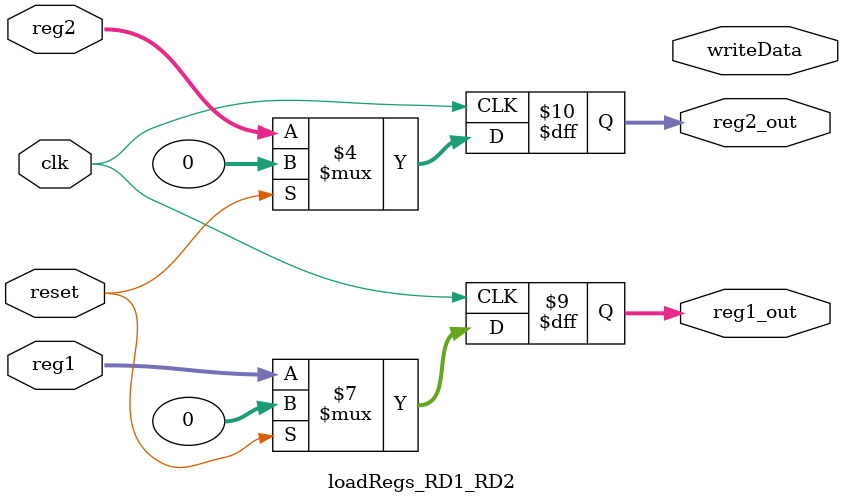
<source format=v>
module loadRegs_RD1_RD2(clk, reset, reg1, reg2, reg1_out, reg2_out, writeData);
input clk, reset;
input [31:0] reg1, reg2;
output reg [31:0] reg1_out, reg2_out, writeData;

always @ (posedge clk)
begin
	if(reset == 1'b1)
	begin
		reg1_out = 32'h0;
		reg2_out = 32'h0;
	end
	else
	begin
		reg1_out = reg1;
		reg2_out = reg2;
	end
end
endmodule

</source>
